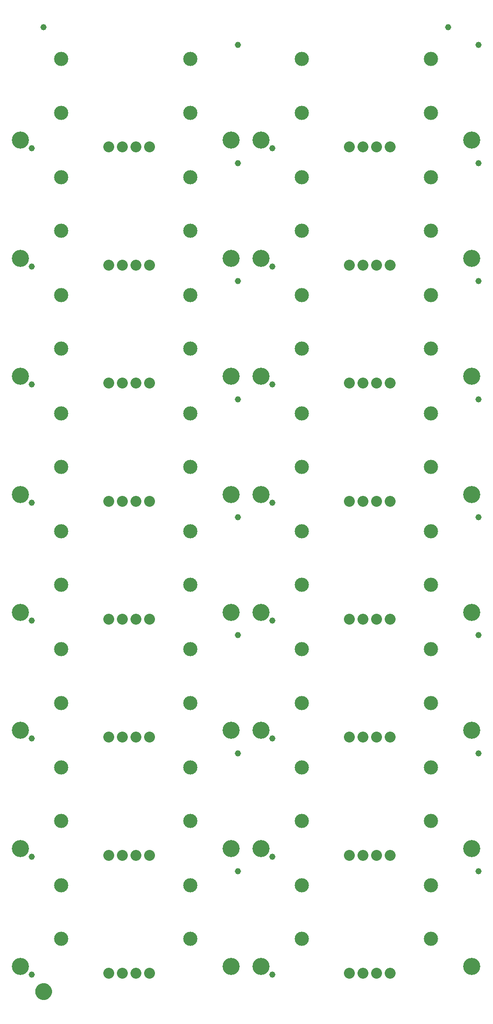
<source format=gbs>
G04 EAGLE Gerber RS-274X export*
G75*
%MOMM*%
%FSLAX34Y34*%
%LPD*%
%INSoldermask Bottom*%
%IPPOS*%
%AMOC8*
5,1,8,0,0,1.08239X$1,22.5*%
G01*
%ADD10C,2.652400*%
%ADD11C,1.152400*%
%ADD12C,3.200400*%
%ADD13C,2.032000*%
%ADD14C,1.270000*%
%ADD15C,1.652400*%


D10*
X342900Y177000D03*
X342900Y77000D03*
D11*
X431800Y203200D03*
X46990Y10160D03*
D12*
X419100Y25400D03*
X25400Y25400D03*
D10*
X101600Y77000D03*
X101600Y177000D03*
D13*
X266700Y12700D03*
X241300Y12700D03*
X215900Y12700D03*
X190500Y12700D03*
D10*
X792480Y177000D03*
X792480Y77000D03*
D11*
X881380Y203200D03*
X496570Y10160D03*
D12*
X868680Y25400D03*
X474980Y25400D03*
D10*
X551180Y77000D03*
X551180Y177000D03*
D13*
X716280Y12700D03*
X690880Y12700D03*
X665480Y12700D03*
X640080Y12700D03*
D10*
X342900Y397472D03*
X342900Y297472D03*
D11*
X431800Y423672D03*
X46990Y230632D03*
D12*
X419100Y245872D03*
X25400Y245872D03*
D10*
X101600Y297472D03*
X101600Y397472D03*
D13*
X266700Y233172D03*
X241300Y233172D03*
X215900Y233172D03*
X190500Y233172D03*
D10*
X792480Y397472D03*
X792480Y297472D03*
D11*
X881380Y423672D03*
X496570Y230632D03*
D12*
X868680Y245872D03*
X474980Y245872D03*
D10*
X551180Y297472D03*
X551180Y397472D03*
D13*
X716280Y233172D03*
X690880Y233172D03*
X665480Y233172D03*
X640080Y233172D03*
D10*
X342900Y617944D03*
X342900Y517944D03*
D11*
X431800Y644144D03*
X46990Y451104D03*
D12*
X419100Y466344D03*
X25400Y466344D03*
D10*
X101600Y517944D03*
X101600Y617944D03*
D13*
X266700Y453644D03*
X241300Y453644D03*
X215900Y453644D03*
X190500Y453644D03*
D10*
X792480Y617944D03*
X792480Y517944D03*
D11*
X881380Y644144D03*
X496570Y451104D03*
D12*
X868680Y466344D03*
X474980Y466344D03*
D10*
X551180Y517944D03*
X551180Y617944D03*
D13*
X716280Y453644D03*
X690880Y453644D03*
X665480Y453644D03*
X640080Y453644D03*
D10*
X342900Y838416D03*
X342900Y738416D03*
D11*
X431800Y864616D03*
X46990Y671576D03*
D12*
X419100Y686816D03*
X25400Y686816D03*
D10*
X101600Y738416D03*
X101600Y838416D03*
D13*
X266700Y674116D03*
X241300Y674116D03*
X215900Y674116D03*
X190500Y674116D03*
D10*
X792480Y838416D03*
X792480Y738416D03*
D11*
X881380Y864616D03*
X496570Y671576D03*
D12*
X868680Y686816D03*
X474980Y686816D03*
D10*
X551180Y738416D03*
X551180Y838416D03*
D13*
X716280Y674116D03*
X690880Y674116D03*
X665480Y674116D03*
X640080Y674116D03*
D10*
X342900Y1058888D03*
X342900Y958888D03*
D11*
X431800Y1085088D03*
X46990Y892048D03*
D12*
X419100Y907288D03*
X25400Y907288D03*
D10*
X101600Y958888D03*
X101600Y1058888D03*
D13*
X266700Y894588D03*
X241300Y894588D03*
X215900Y894588D03*
X190500Y894588D03*
D10*
X792480Y1058888D03*
X792480Y958888D03*
D11*
X881380Y1085088D03*
X496570Y892048D03*
D12*
X868680Y907288D03*
X474980Y907288D03*
D10*
X551180Y958888D03*
X551180Y1058888D03*
D13*
X716280Y894588D03*
X690880Y894588D03*
X665480Y894588D03*
X640080Y894588D03*
D10*
X342900Y1279360D03*
X342900Y1179360D03*
D11*
X431800Y1305560D03*
X46990Y1112520D03*
D12*
X419100Y1127760D03*
X25400Y1127760D03*
D10*
X101600Y1179360D03*
X101600Y1279360D03*
D13*
X266700Y1115060D03*
X241300Y1115060D03*
X215900Y1115060D03*
X190500Y1115060D03*
D10*
X792480Y1279360D03*
X792480Y1179360D03*
D11*
X881380Y1305560D03*
X496570Y1112520D03*
D12*
X868680Y1127760D03*
X474980Y1127760D03*
D10*
X551180Y1179360D03*
X551180Y1279360D03*
D13*
X716280Y1115060D03*
X690880Y1115060D03*
X665480Y1115060D03*
X640080Y1115060D03*
D10*
X342900Y1499832D03*
X342900Y1399832D03*
D11*
X431800Y1526032D03*
X46990Y1332992D03*
D12*
X419100Y1348232D03*
X25400Y1348232D03*
D10*
X101600Y1399832D03*
X101600Y1499832D03*
D13*
X266700Y1335532D03*
X241300Y1335532D03*
X215900Y1335532D03*
X190500Y1335532D03*
D10*
X792480Y1499832D03*
X792480Y1399832D03*
D11*
X881380Y1526032D03*
X496570Y1332992D03*
D12*
X868680Y1348232D03*
X474980Y1348232D03*
D10*
X551180Y1399832D03*
X551180Y1499832D03*
D13*
X716280Y1335532D03*
X690880Y1335532D03*
X665480Y1335532D03*
X640080Y1335532D03*
D10*
X342900Y1720304D03*
X342900Y1620304D03*
D11*
X431800Y1746504D03*
X46990Y1553464D03*
D12*
X419100Y1568704D03*
X25400Y1568704D03*
D10*
X101600Y1620304D03*
X101600Y1720304D03*
D13*
X266700Y1556004D03*
X241300Y1556004D03*
X215900Y1556004D03*
X190500Y1556004D03*
D10*
X792480Y1720304D03*
X792480Y1620304D03*
D11*
X881380Y1746504D03*
X496570Y1553464D03*
D12*
X868680Y1568704D03*
X474980Y1568704D03*
D10*
X551180Y1620304D03*
X551180Y1720304D03*
D13*
X716280Y1556004D03*
X690880Y1556004D03*
X665480Y1556004D03*
X640080Y1556004D03*
D11*
X68580Y1779651D03*
X824865Y1779651D03*
D14*
X59525Y-20955D02*
X59528Y-20733D01*
X59536Y-20511D01*
X59550Y-20289D01*
X59569Y-20067D01*
X59593Y-19847D01*
X59623Y-19626D01*
X59658Y-19407D01*
X59699Y-19188D01*
X59745Y-18971D01*
X59796Y-18755D01*
X59853Y-18540D01*
X59915Y-18326D01*
X59982Y-18115D01*
X60054Y-17904D01*
X60132Y-17696D01*
X60214Y-17490D01*
X60302Y-17286D01*
X60394Y-17083D01*
X60492Y-16884D01*
X60594Y-16687D01*
X60701Y-16492D01*
X60813Y-16300D01*
X60930Y-16111D01*
X61051Y-15924D01*
X61177Y-15741D01*
X61307Y-15561D01*
X61442Y-15384D01*
X61580Y-15211D01*
X61723Y-15041D01*
X61871Y-14874D01*
X62022Y-14711D01*
X62177Y-14552D01*
X62336Y-14397D01*
X62499Y-14246D01*
X62666Y-14098D01*
X62836Y-13955D01*
X63009Y-13817D01*
X63186Y-13682D01*
X63366Y-13552D01*
X63549Y-13426D01*
X63736Y-13305D01*
X63925Y-13188D01*
X64117Y-13076D01*
X64312Y-12969D01*
X64509Y-12867D01*
X64708Y-12769D01*
X64911Y-12677D01*
X65115Y-12589D01*
X65321Y-12507D01*
X65529Y-12429D01*
X65740Y-12357D01*
X65951Y-12290D01*
X66165Y-12228D01*
X66380Y-12171D01*
X66596Y-12120D01*
X66813Y-12074D01*
X67032Y-12033D01*
X67251Y-11998D01*
X67472Y-11968D01*
X67692Y-11944D01*
X67914Y-11925D01*
X68136Y-11911D01*
X68358Y-11903D01*
X68580Y-11900D01*
X68802Y-11903D01*
X69024Y-11911D01*
X69246Y-11925D01*
X69468Y-11944D01*
X69688Y-11968D01*
X69909Y-11998D01*
X70128Y-12033D01*
X70347Y-12074D01*
X70564Y-12120D01*
X70780Y-12171D01*
X70995Y-12228D01*
X71209Y-12290D01*
X71420Y-12357D01*
X71631Y-12429D01*
X71839Y-12507D01*
X72045Y-12589D01*
X72249Y-12677D01*
X72452Y-12769D01*
X72651Y-12867D01*
X72848Y-12969D01*
X73043Y-13076D01*
X73235Y-13188D01*
X73424Y-13305D01*
X73611Y-13426D01*
X73794Y-13552D01*
X73974Y-13682D01*
X74151Y-13817D01*
X74324Y-13955D01*
X74494Y-14098D01*
X74661Y-14246D01*
X74824Y-14397D01*
X74983Y-14552D01*
X75138Y-14711D01*
X75289Y-14874D01*
X75437Y-15041D01*
X75580Y-15211D01*
X75718Y-15384D01*
X75853Y-15561D01*
X75983Y-15741D01*
X76109Y-15924D01*
X76230Y-16111D01*
X76347Y-16300D01*
X76459Y-16492D01*
X76566Y-16687D01*
X76668Y-16884D01*
X76766Y-17083D01*
X76858Y-17286D01*
X76946Y-17490D01*
X77028Y-17696D01*
X77106Y-17904D01*
X77178Y-18115D01*
X77245Y-18326D01*
X77307Y-18540D01*
X77364Y-18755D01*
X77415Y-18971D01*
X77461Y-19188D01*
X77502Y-19407D01*
X77537Y-19626D01*
X77567Y-19847D01*
X77591Y-20067D01*
X77610Y-20289D01*
X77624Y-20511D01*
X77632Y-20733D01*
X77635Y-20955D01*
X77632Y-21177D01*
X77624Y-21399D01*
X77610Y-21621D01*
X77591Y-21843D01*
X77567Y-22063D01*
X77537Y-22284D01*
X77502Y-22503D01*
X77461Y-22722D01*
X77415Y-22939D01*
X77364Y-23155D01*
X77307Y-23370D01*
X77245Y-23584D01*
X77178Y-23795D01*
X77106Y-24006D01*
X77028Y-24214D01*
X76946Y-24420D01*
X76858Y-24624D01*
X76766Y-24827D01*
X76668Y-25026D01*
X76566Y-25223D01*
X76459Y-25418D01*
X76347Y-25610D01*
X76230Y-25799D01*
X76109Y-25986D01*
X75983Y-26169D01*
X75853Y-26349D01*
X75718Y-26526D01*
X75580Y-26699D01*
X75437Y-26869D01*
X75289Y-27036D01*
X75138Y-27199D01*
X74983Y-27358D01*
X74824Y-27513D01*
X74661Y-27664D01*
X74494Y-27812D01*
X74324Y-27955D01*
X74151Y-28093D01*
X73974Y-28228D01*
X73794Y-28358D01*
X73611Y-28484D01*
X73424Y-28605D01*
X73235Y-28722D01*
X73043Y-28834D01*
X72848Y-28941D01*
X72651Y-29043D01*
X72452Y-29141D01*
X72249Y-29233D01*
X72045Y-29321D01*
X71839Y-29403D01*
X71631Y-29481D01*
X71420Y-29553D01*
X71209Y-29620D01*
X70995Y-29682D01*
X70780Y-29739D01*
X70564Y-29790D01*
X70347Y-29836D01*
X70128Y-29877D01*
X69909Y-29912D01*
X69688Y-29942D01*
X69468Y-29966D01*
X69246Y-29985D01*
X69024Y-29999D01*
X68802Y-30007D01*
X68580Y-30010D01*
X68358Y-30007D01*
X68136Y-29999D01*
X67914Y-29985D01*
X67692Y-29966D01*
X67472Y-29942D01*
X67251Y-29912D01*
X67032Y-29877D01*
X66813Y-29836D01*
X66596Y-29790D01*
X66380Y-29739D01*
X66165Y-29682D01*
X65951Y-29620D01*
X65740Y-29553D01*
X65529Y-29481D01*
X65321Y-29403D01*
X65115Y-29321D01*
X64911Y-29233D01*
X64708Y-29141D01*
X64509Y-29043D01*
X64312Y-28941D01*
X64117Y-28834D01*
X63925Y-28722D01*
X63736Y-28605D01*
X63549Y-28484D01*
X63366Y-28358D01*
X63186Y-28228D01*
X63009Y-28093D01*
X62836Y-27955D01*
X62666Y-27812D01*
X62499Y-27664D01*
X62336Y-27513D01*
X62177Y-27358D01*
X62022Y-27199D01*
X61871Y-27036D01*
X61723Y-26869D01*
X61580Y-26699D01*
X61442Y-26526D01*
X61307Y-26349D01*
X61177Y-26169D01*
X61051Y-25986D01*
X60930Y-25799D01*
X60813Y-25610D01*
X60701Y-25418D01*
X60594Y-25223D01*
X60492Y-25026D01*
X60394Y-24827D01*
X60302Y-24624D01*
X60214Y-24420D01*
X60132Y-24214D01*
X60054Y-24006D01*
X59982Y-23795D01*
X59915Y-23584D01*
X59853Y-23370D01*
X59796Y-23155D01*
X59745Y-22939D01*
X59699Y-22722D01*
X59658Y-22503D01*
X59623Y-22284D01*
X59593Y-22063D01*
X59569Y-21843D01*
X59550Y-21621D01*
X59536Y-21399D01*
X59528Y-21177D01*
X59525Y-20955D01*
D15*
X68580Y-20955D03*
M02*

</source>
